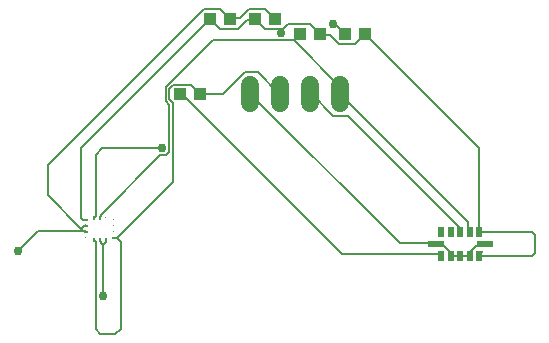
<source format=gbr>
G04 EAGLE Gerber RS-274X export*
G75*
%MOMM*%
%FSLAX34Y34*%
%LPD*%
%INTop Copper*%
%IPPOS*%
%AMOC8*
5,1,8,0,0,1.08239X$1,22.5*%
G01*
%ADD10R,1.100000X1.000000*%
%ADD11C,1.524000*%
%ADD12R,0.450000X0.250000*%
%ADD13R,0.000000X0.000000*%
%ADD14R,0.250000X0.450000*%
%ADD15R,0.500000X0.900000*%
%ADD16R,1.400000X0.500000*%
%ADD17R,0.580000X0.250000*%
%ADD18C,0.152400*%
%ADD19C,0.756400*%


D10*
X499500Y482600D03*
X516500Y482600D03*
X461400Y482600D03*
X478400Y482600D03*
X436000Y419100D03*
X453000Y419100D03*
X575700Y469900D03*
X592700Y469900D03*
X537600Y469900D03*
X554600Y469900D03*
D11*
X495300Y426720D02*
X495300Y411480D01*
X520700Y411480D02*
X520700Y426720D01*
X546100Y426720D02*
X546100Y411480D01*
X571500Y411480D02*
X571500Y426720D01*
D12*
X356550Y312300D03*
X356550Y307300D03*
X356550Y302300D03*
D13*
X356550Y297300D03*
D14*
X363300Y295550D03*
X368300Y295550D03*
X373300Y295550D03*
D12*
X380050Y297300D03*
D13*
X380050Y302300D03*
X380050Y307300D03*
X380050Y312300D03*
X373300Y314050D03*
D14*
X368300Y314050D03*
X363300Y314050D03*
D15*
X689100Y282100D03*
X681100Y282100D03*
X673100Y282100D03*
X665100Y282100D03*
X657100Y282100D03*
D16*
X652600Y292100D03*
D15*
X657100Y302100D03*
X665100Y302100D03*
X673100Y302100D03*
X681100Y302100D03*
X689100Y302100D03*
D16*
X693600Y292100D03*
D17*
X689500Y285350D03*
D18*
X385572Y294132D02*
X385572Y220472D01*
X385572Y294132D02*
X382524Y297180D01*
X381000Y297180D01*
X364236Y294132D02*
X363300Y295550D01*
X380050Y297300D02*
X381000Y297180D01*
X453000Y419100D02*
X472440Y419100D01*
X490728Y437388D01*
X501396Y437388D01*
X519684Y419100D01*
X520700Y419100D01*
X429768Y344424D02*
X382524Y297180D01*
X429768Y344424D02*
X429768Y411480D01*
X426720Y414528D01*
X426720Y423672D01*
X429768Y426720D01*
X445008Y426720D01*
X452628Y419100D01*
X453000Y419100D01*
X688848Y373380D02*
X688848Y303276D01*
X688848Y373380D02*
X592836Y469392D01*
X688848Y303276D02*
X689100Y302100D01*
X592836Y469392D02*
X592700Y469900D01*
X562356Y469392D02*
X554736Y469392D01*
X562356Y469392D02*
X569976Y461772D01*
X583692Y461772D01*
X591312Y469392D01*
X554736Y469392D02*
X554600Y469900D01*
X591312Y469392D02*
X592700Y469900D01*
X355092Y312420D02*
X353568Y312420D01*
X352044Y313944D01*
X352044Y373380D01*
X460248Y481584D01*
X356550Y312300D02*
X355092Y312420D01*
X460248Y481584D02*
X461400Y482600D01*
X492252Y481584D02*
X498348Y481584D01*
X492252Y481584D02*
X484632Y473964D01*
X469392Y473964D01*
X461772Y481584D01*
X498348Y481584D02*
X499500Y482600D01*
X461772Y481584D02*
X461400Y482600D01*
X545592Y478536D02*
X553212Y470916D01*
X545592Y478536D02*
X527304Y478536D01*
X522732Y473964D01*
X521208Y473964D02*
X507492Y473964D01*
X521208Y473964D02*
X522732Y473964D01*
X507492Y473964D02*
X499872Y481584D01*
X553212Y470916D02*
X554600Y469900D01*
X499872Y481584D02*
X499500Y482600D01*
X521208Y473964D02*
X521208Y470916D01*
D19*
X521208Y470916D03*
D18*
X689100Y302100D02*
X733900Y302100D01*
X733900Y282100D02*
X689100Y282100D01*
X368300Y215900D02*
X364236Y219964D01*
X368300Y215900D02*
X381000Y215900D01*
X385572Y220472D01*
X364236Y219964D02*
X364236Y294132D01*
X733900Y282100D02*
X736600Y284800D01*
X736600Y299400D02*
X733900Y302100D01*
X736600Y299400D02*
X736600Y284800D01*
X679704Y303276D02*
X679704Y310896D01*
X571500Y419100D01*
X679704Y303276D02*
X681100Y302100D01*
X368808Y315468D02*
X368808Y316992D01*
X419100Y367284D01*
X423672Y367284D01*
X426720Y370332D01*
X426720Y409956D01*
X423672Y413004D01*
X423672Y425196D01*
X463296Y464820D01*
X531876Y464820D01*
X536448Y469392D01*
X368808Y315468D02*
X368300Y314050D01*
X536448Y469392D02*
X537600Y469900D01*
X571500Y425196D02*
X571500Y419100D01*
X571500Y425196D02*
X531876Y464820D01*
X364236Y367792D02*
X364236Y315468D01*
X369824Y373380D02*
X420624Y373380D01*
X369824Y373380D02*
X364236Y367792D01*
X364236Y315468D02*
X363300Y314050D01*
X672084Y306324D02*
X672084Y303276D01*
X672084Y306324D02*
X577596Y400812D01*
X565404Y400812D01*
X547116Y419100D01*
X672084Y303276D02*
X673100Y302100D01*
X547116Y419100D02*
X546100Y419100D01*
X574548Y470916D02*
X566928Y478536D01*
X565404Y478536D01*
X574548Y470916D02*
X575700Y469900D01*
D19*
X420624Y373380D03*
X565404Y478536D03*
D18*
X573024Y283464D02*
X656844Y283464D01*
X573024Y283464D02*
X437388Y419100D01*
X656844Y283464D02*
X657100Y282100D01*
X437388Y419100D02*
X436000Y419100D01*
X665988Y281940D02*
X672084Y281940D01*
X665988Y281940D02*
X665100Y282100D01*
X672084Y281940D02*
X673100Y282100D01*
X673608Y281940D02*
X679704Y281940D01*
X681100Y282100D01*
X673608Y281940D02*
X673100Y282100D01*
X658368Y291084D02*
X653796Y291084D01*
X658368Y291084D02*
X665988Y283464D01*
X653796Y291084D02*
X652600Y292100D01*
X665988Y283464D02*
X665100Y282100D01*
X687324Y291084D02*
X693420Y291084D01*
X687324Y291084D02*
X679704Y283464D01*
X693420Y291084D02*
X693600Y292100D01*
X681100Y282100D02*
X679704Y283464D01*
X486156Y483108D02*
X478536Y483108D01*
X486156Y483108D02*
X493776Y490728D01*
X507492Y490728D01*
X515112Y483108D01*
X478536Y483108D02*
X478400Y482600D01*
X515112Y483108D02*
X516500Y482600D01*
X353568Y303276D02*
X315468Y303276D01*
X353568Y303276D02*
X355092Y303276D01*
X352044Y304800D02*
X323596Y333248D01*
X352044Y304800D02*
X353568Y303276D01*
X352044Y304800D02*
X355092Y307848D01*
X355092Y303276D02*
X356550Y302300D01*
X356550Y307300D02*
X355092Y307848D01*
X368808Y294132D02*
X368808Y292608D01*
X370332Y291084D01*
X373380Y294132D01*
X368808Y294132D02*
X368300Y295550D01*
X373300Y295550D02*
X373380Y294132D01*
X370332Y291084D02*
X370332Y248412D01*
X315468Y303276D02*
X298196Y286004D01*
X477012Y483108D02*
X469392Y490728D01*
X455676Y490728D01*
X323596Y358648D01*
X323596Y333248D01*
X477012Y483108D02*
X478400Y482600D01*
X621792Y292608D02*
X652272Y292608D01*
X621792Y292608D02*
X495300Y419100D01*
X652272Y292608D02*
X652600Y292100D01*
D19*
X370332Y248412D03*
X298196Y286004D03*
M02*

</source>
